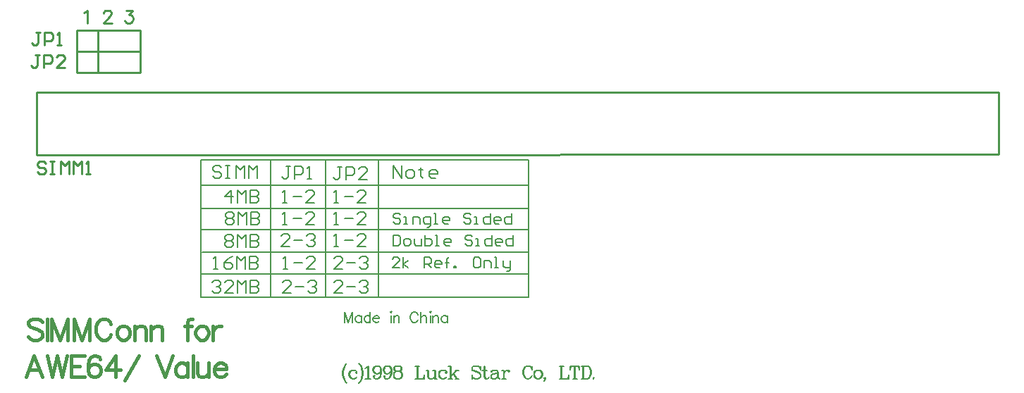
<source format=gto>
G04*
G04 #@! TF.GenerationSoftware,Altium Limited,Altium Designer,21.1.0 (24)*
G04*
G04 Layer_Color=65535*
%FSLAX25Y25*%
%MOIN*%
G70*
G04*
G04 #@! TF.SameCoordinates,0D440C85-AE3C-4C52-A60E-649D9F504D21*
G04*
G04*
G04 #@! TF.FilePolarity,Positive*
G04*
G01*
G75*
%ADD10C,0.00800*%
%ADD11C,0.01000*%
%ADD12C,0.01500*%
D10*
X-66000Y-86000D02*
Y-21000D01*
X-91000Y-86000D02*
Y-21000D01*
X-117000Y-86000D02*
Y-21000D01*
X-150000Y-75000D02*
X5000D01*
X-149500Y-64500D02*
X4500D01*
X-150000Y-54000D02*
X5000D01*
X-150000Y-44000D02*
X5000D01*
X-150000Y-33000D02*
X5000D01*
X-150000Y-22000D02*
Y-21000D01*
X5000D01*
Y-86000D02*
Y-21000D01*
X-150000Y-86000D02*
X5000D01*
X-150000D02*
Y-22000D01*
X-56168Y-72000D02*
X-59500D01*
X-56168Y-68668D01*
Y-67835D01*
X-57001Y-67002D01*
X-58667D01*
X-59500Y-67835D01*
X-54502Y-72000D02*
Y-67002D01*
Y-70334D02*
X-52002Y-68668D01*
X-54502Y-70334D02*
X-52002Y-72000D01*
X-44505D02*
Y-67002D01*
X-42006D01*
X-41173Y-67835D01*
Y-69501D01*
X-42006Y-70334D01*
X-44505D01*
X-42839D02*
X-41173Y-72000D01*
X-37007D02*
X-38673D01*
X-39507Y-71167D01*
Y-69501D01*
X-38673Y-68668D01*
X-37007D01*
X-36174Y-69501D01*
Y-70334D01*
X-39507D01*
X-33675Y-72000D02*
Y-67835D01*
Y-69501D01*
X-34508D01*
X-32842D01*
X-33675D01*
Y-67835D01*
X-32842Y-67002D01*
X-30343Y-72000D02*
Y-71167D01*
X-29510D01*
Y-72000D01*
X-30343D01*
X-18680Y-67002D02*
X-20346D01*
X-21179Y-67835D01*
Y-71167D01*
X-20346Y-72000D01*
X-18680D01*
X-17847Y-71167D01*
Y-67835D01*
X-18680Y-67002D01*
X-16181Y-72000D02*
Y-68668D01*
X-13681D01*
X-12848Y-69501D01*
Y-72000D01*
X-11182D02*
X-9516D01*
X-10349D01*
Y-67002D01*
X-11182D01*
X-7017Y-68668D02*
Y-71167D01*
X-6184Y-72000D01*
X-3685D01*
Y-72833D01*
X-4518Y-73666D01*
X-5351D01*
X-3685Y-72000D02*
Y-68668D01*
X-59000Y-29500D02*
Y-23502D01*
X-55001Y-29500D01*
Y-23502D01*
X-52002Y-29500D02*
X-50003D01*
X-49003Y-28500D01*
Y-26501D01*
X-50003Y-25501D01*
X-52002D01*
X-53002Y-26501D01*
Y-28500D01*
X-52002Y-29500D01*
X-46004Y-24502D02*
Y-25501D01*
X-47004D01*
X-45004D01*
X-46004D01*
Y-28500D01*
X-45004Y-29500D01*
X-39007D02*
X-41006D01*
X-42006Y-28500D01*
Y-26501D01*
X-41006Y-25501D01*
X-39007D01*
X-38007Y-26501D01*
Y-27501D01*
X-42006D01*
X-55668Y-47135D02*
X-56501Y-46302D01*
X-58167D01*
X-59000Y-47135D01*
Y-47968D01*
X-58167Y-48801D01*
X-56501D01*
X-55668Y-49634D01*
Y-50467D01*
X-56501Y-51300D01*
X-58167D01*
X-59000Y-50467D01*
X-54002Y-51300D02*
X-52336D01*
X-53169D01*
Y-47968D01*
X-54002D01*
X-49836Y-51300D02*
Y-47968D01*
X-47337D01*
X-46504Y-48801D01*
Y-51300D01*
X-43172Y-52966D02*
X-42339D01*
X-41506Y-52133D01*
Y-47968D01*
X-44005D01*
X-44838Y-48801D01*
Y-50467D01*
X-44005Y-51300D01*
X-41506D01*
X-39840D02*
X-38173D01*
X-39007D01*
Y-46302D01*
X-39840D01*
X-33175Y-51300D02*
X-34841D01*
X-35674Y-50467D01*
Y-48801D01*
X-34841Y-47968D01*
X-33175D01*
X-32342Y-48801D01*
Y-49634D01*
X-35674D01*
X-22345Y-47135D02*
X-23178Y-46302D01*
X-24844D01*
X-25677Y-47135D01*
Y-47968D01*
X-24844Y-48801D01*
X-23178D01*
X-22345Y-49634D01*
Y-50467D01*
X-23178Y-51300D01*
X-24844D01*
X-25677Y-50467D01*
X-20679Y-51300D02*
X-19013D01*
X-19846D01*
Y-47968D01*
X-20679D01*
X-13182Y-46302D02*
Y-51300D01*
X-15681D01*
X-16514Y-50467D01*
Y-48801D01*
X-15681Y-47968D01*
X-13182D01*
X-9016Y-51300D02*
X-10682D01*
X-11515Y-50467D01*
Y-48801D01*
X-10682Y-47968D01*
X-9016D01*
X-8183Y-48801D01*
Y-49634D01*
X-11515D01*
X-3185Y-46302D02*
Y-51300D01*
X-5684D01*
X-6517Y-50467D01*
Y-48801D01*
X-5684Y-47968D01*
X-3185D01*
X-59200Y-56602D02*
Y-61600D01*
X-56701D01*
X-55868Y-60767D01*
Y-57435D01*
X-56701Y-56602D01*
X-59200D01*
X-53369Y-61600D02*
X-51702D01*
X-50869Y-60767D01*
Y-59101D01*
X-51702Y-58268D01*
X-53369D01*
X-54202Y-59101D01*
Y-60767D01*
X-53369Y-61600D01*
X-49203Y-58268D02*
Y-60767D01*
X-48370Y-61600D01*
X-45871D01*
Y-58268D01*
X-44205Y-56602D02*
Y-61600D01*
X-41706D01*
X-40873Y-60767D01*
Y-59934D01*
Y-59101D01*
X-41706Y-58268D01*
X-44205D01*
X-39206Y-61600D02*
X-37540D01*
X-38373D01*
Y-56602D01*
X-39206D01*
X-32542Y-61600D02*
X-34208D01*
X-35041Y-60767D01*
Y-59101D01*
X-34208Y-58268D01*
X-32542D01*
X-31709Y-59101D01*
Y-59934D01*
X-35041D01*
X-21712Y-57435D02*
X-22545Y-56602D01*
X-24211D01*
X-25044Y-57435D01*
Y-58268D01*
X-24211Y-59101D01*
X-22545D01*
X-21712Y-59934D01*
Y-60767D01*
X-22545Y-61600D01*
X-24211D01*
X-25044Y-60767D01*
X-20046Y-61600D02*
X-18380D01*
X-19213D01*
Y-58268D01*
X-20046D01*
X-12548Y-56602D02*
Y-61600D01*
X-15048D01*
X-15881Y-60767D01*
Y-59101D01*
X-15048Y-58268D01*
X-12548D01*
X-8383Y-61600D02*
X-10049D01*
X-10882Y-60767D01*
Y-59101D01*
X-10049Y-58268D01*
X-8383D01*
X-7550Y-59101D01*
Y-59934D01*
X-10882D01*
X-2552Y-56602D02*
Y-61600D01*
X-5051D01*
X-5884Y-60767D01*
Y-59101D01*
X-5051Y-58268D01*
X-2552D01*
X-81055Y-117359D02*
X-81626Y-117930D01*
X-82197Y-118787D01*
X-82769Y-119930D01*
X-83054Y-121358D01*
Y-122500D01*
X-82769Y-123929D01*
X-82197Y-125071D01*
X-81626Y-125928D01*
X-81055Y-126500D01*
X-81626Y-117930D02*
X-82197Y-119073D01*
X-82483Y-119930D01*
X-82769Y-121358D01*
Y-122500D01*
X-82483Y-123929D01*
X-82197Y-124786D01*
X-81626Y-125928D01*
X-76542Y-121358D02*
X-76827Y-121643D01*
X-76542Y-121929D01*
X-76256Y-121643D01*
Y-121358D01*
X-76827Y-120786D01*
X-77399Y-120501D01*
X-78255D01*
X-79112Y-120786D01*
X-79684Y-121358D01*
X-79969Y-122215D01*
Y-122786D01*
X-79684Y-123643D01*
X-79112Y-124214D01*
X-78255Y-124500D01*
X-77684D01*
X-76827Y-124214D01*
X-76256Y-123643D01*
X-78255Y-120501D02*
X-78827Y-120786D01*
X-79398Y-121358D01*
X-79684Y-122215D01*
Y-122786D01*
X-79398Y-123643D01*
X-78827Y-124214D01*
X-78255Y-124500D01*
X-75342Y-117359D02*
X-74770Y-117930D01*
X-74199Y-118787D01*
X-73628Y-119930D01*
X-73342Y-121358D01*
Y-122500D01*
X-73628Y-123929D01*
X-74199Y-125071D01*
X-74770Y-125928D01*
X-75342Y-126500D01*
X-74770Y-117930D02*
X-74199Y-119073D01*
X-73914Y-119930D01*
X-73628Y-121358D01*
Y-122500D01*
X-73914Y-123929D01*
X-74199Y-124786D01*
X-74770Y-125928D01*
X-72257Y-119644D02*
X-71685Y-119358D01*
X-70828Y-118501D01*
Y-124500D01*
X-71114Y-118787D02*
Y-124500D01*
X-72257D02*
X-69686D01*
X-64944Y-120501D02*
X-65230Y-121358D01*
X-65801Y-121929D01*
X-66658Y-122215D01*
X-66944D01*
X-67800Y-121929D01*
X-68372Y-121358D01*
X-68657Y-120501D01*
Y-120215D01*
X-68372Y-119358D01*
X-67800Y-118787D01*
X-66944Y-118501D01*
X-66372D01*
X-65515Y-118787D01*
X-64944Y-119358D01*
X-64658Y-120215D01*
Y-121929D01*
X-64944Y-123072D01*
X-65230Y-123643D01*
X-65801Y-124214D01*
X-66658Y-124500D01*
X-67515D01*
X-68086Y-124214D01*
X-68372Y-123643D01*
Y-123357D01*
X-68086Y-123072D01*
X-67800Y-123357D01*
X-68086Y-123643D01*
X-66944Y-122215D02*
X-67515Y-121929D01*
X-68086Y-121358D01*
X-68372Y-120501D01*
Y-120215D01*
X-68086Y-119358D01*
X-67515Y-118787D01*
X-66944Y-118501D01*
X-66372D02*
X-65801Y-118787D01*
X-65230Y-119358D01*
X-64944Y-120215D01*
Y-121929D01*
X-65230Y-123072D01*
X-65515Y-123643D01*
X-66087Y-124214D01*
X-66658Y-124500D01*
X-60059Y-120501D02*
X-60345Y-121358D01*
X-60916Y-121929D01*
X-61773Y-122215D01*
X-62059D01*
X-62916Y-121929D01*
X-63487Y-121358D01*
X-63773Y-120501D01*
Y-120215D01*
X-63487Y-119358D01*
X-62916Y-118787D01*
X-62059Y-118501D01*
X-61488D01*
X-60631Y-118787D01*
X-60059Y-119358D01*
X-59774Y-120215D01*
Y-121929D01*
X-60059Y-123072D01*
X-60345Y-123643D01*
X-60916Y-124214D01*
X-61773Y-124500D01*
X-62630D01*
X-63201Y-124214D01*
X-63487Y-123643D01*
Y-123357D01*
X-63201Y-123072D01*
X-62916Y-123357D01*
X-63201Y-123643D01*
X-62059Y-122215D02*
X-62630Y-121929D01*
X-63201Y-121358D01*
X-63487Y-120501D01*
Y-120215D01*
X-63201Y-119358D01*
X-62630Y-118787D01*
X-62059Y-118501D01*
X-61488D02*
X-60916Y-118787D01*
X-60345Y-119358D01*
X-60059Y-120215D01*
Y-121929D01*
X-60345Y-123072D01*
X-60631Y-123643D01*
X-61202Y-124214D01*
X-61773Y-124500D01*
X-57460Y-118501D02*
X-58317Y-118787D01*
X-58602Y-119358D01*
Y-120215D01*
X-58317Y-120786D01*
X-57460Y-121072D01*
X-56317D01*
X-55460Y-120786D01*
X-55175Y-120215D01*
Y-119358D01*
X-55460Y-118787D01*
X-56317Y-118501D01*
X-57460D01*
X-58031Y-118787D01*
X-58317Y-119358D01*
Y-120215D01*
X-58031Y-120786D01*
X-57460Y-121072D01*
X-56317D02*
X-55746Y-120786D01*
X-55460Y-120215D01*
Y-119358D01*
X-55746Y-118787D01*
X-56317Y-118501D01*
X-57460Y-121072D02*
X-58317Y-121358D01*
X-58602Y-121643D01*
X-58888Y-122215D01*
Y-123357D01*
X-58602Y-123929D01*
X-58317Y-124214D01*
X-57460Y-124500D01*
X-56317D01*
X-55460Y-124214D01*
X-55175Y-123929D01*
X-54889Y-123357D01*
Y-122215D01*
X-55175Y-121643D01*
X-55460Y-121358D01*
X-56317Y-121072D01*
X-57460D02*
X-58031Y-121358D01*
X-58317Y-121643D01*
X-58602Y-122215D01*
Y-123357D01*
X-58317Y-123929D01*
X-58031Y-124214D01*
X-57460Y-124500D01*
X-56317D02*
X-55746Y-124214D01*
X-55460Y-123929D01*
X-55175Y-123357D01*
Y-122215D01*
X-55460Y-121643D01*
X-55746Y-121358D01*
X-56317Y-121072D01*
X-47748Y-118501D02*
Y-124500D01*
X-47462Y-118501D02*
Y-124500D01*
X-48605Y-118501D02*
X-46605D01*
X-48605Y-124500D02*
X-44320D01*
Y-122786D01*
X-44605Y-124500D01*
X-42606Y-120501D02*
Y-123643D01*
X-42320Y-124214D01*
X-41463Y-124500D01*
X-40892D01*
X-40035Y-124214D01*
X-39464Y-123643D01*
X-42320Y-120501D02*
Y-123643D01*
X-42035Y-124214D01*
X-41463Y-124500D01*
X-39464Y-120501D02*
Y-124500D01*
X-39178Y-120501D02*
Y-124500D01*
X-43463Y-120501D02*
X-42320D01*
X-40321D02*
X-39178D01*
X-39464Y-124500D02*
X-38321D01*
X-34122Y-121358D02*
X-34408Y-121643D01*
X-34122Y-121929D01*
X-33836Y-121643D01*
Y-121358D01*
X-34408Y-120786D01*
X-34979Y-120501D01*
X-35836D01*
X-36693Y-120786D01*
X-37264Y-121358D01*
X-37550Y-122215D01*
Y-122786D01*
X-37264Y-123643D01*
X-36693Y-124214D01*
X-35836Y-124500D01*
X-35265D01*
X-34408Y-124214D01*
X-33836Y-123643D01*
X-35836Y-120501D02*
X-36407Y-120786D01*
X-36979Y-121358D01*
X-37264Y-122215D01*
Y-122786D01*
X-36979Y-123643D01*
X-36407Y-124214D01*
X-35836Y-124500D01*
X-32065Y-118501D02*
Y-124500D01*
X-31780Y-118501D02*
Y-124500D01*
X-28923Y-120501D02*
X-31780Y-123357D01*
X-30351Y-122215D02*
X-28637Y-124500D01*
X-30637Y-122215D02*
X-28923Y-124500D01*
X-32922Y-118501D02*
X-31780D01*
X-29780Y-120501D02*
X-28066D01*
X-32922Y-124500D02*
X-30923D01*
X-29780D02*
X-28066D01*
X-18154Y-119358D02*
X-17868Y-118501D01*
Y-120215D01*
X-18154Y-119358D01*
X-18725Y-118787D01*
X-19582Y-118501D01*
X-20439D01*
X-21296Y-118787D01*
X-21868Y-119358D01*
Y-119930D01*
X-21582Y-120501D01*
X-21296Y-120786D01*
X-20725Y-121072D01*
X-19011Y-121643D01*
X-18440Y-121929D01*
X-17868Y-122500D01*
X-21868Y-119930D02*
X-21296Y-120501D01*
X-20725Y-120786D01*
X-19011Y-121358D01*
X-18440Y-121643D01*
X-18154Y-121929D01*
X-17868Y-122500D01*
Y-123643D01*
X-18440Y-124214D01*
X-19297Y-124500D01*
X-20154D01*
X-21011Y-124214D01*
X-21582Y-123643D01*
X-21868Y-122786D01*
Y-124500D01*
X-21582Y-123643D01*
X-15269Y-124500D02*
X-15555Y-124214D01*
X-15840Y-123357D01*
Y-118501D01*
X-16126D01*
Y-123357D01*
X-15840Y-124214D01*
X-15269Y-124500D01*
X-14698D01*
X-14126Y-124214D01*
X-13841Y-123643D01*
X-16983Y-120501D02*
X-14698D01*
X-12298Y-121072D02*
Y-121358D01*
X-12584D01*
Y-121072D01*
X-12298Y-120786D01*
X-11727Y-120501D01*
X-10584D01*
X-10013Y-120786D01*
X-9727Y-121072D01*
X-9442Y-121643D01*
Y-123643D01*
X-9156Y-124214D01*
X-8870Y-124500D01*
X-9727Y-121072D02*
Y-123643D01*
X-9442Y-124214D01*
X-8870Y-124500D01*
X-8585D01*
X-9727Y-121643D02*
X-10013Y-121929D01*
X-11727Y-122215D01*
X-12584Y-122500D01*
X-12869Y-123072D01*
Y-123643D01*
X-12584Y-124214D01*
X-11727Y-124500D01*
X-10870D01*
X-10299Y-124214D01*
X-9727Y-123643D01*
X-11727Y-122215D02*
X-12298Y-122500D01*
X-12584Y-123072D01*
Y-123643D01*
X-12298Y-124214D01*
X-11727Y-124500D01*
X-6871Y-120501D02*
Y-124500D01*
X-6585Y-120501D02*
Y-124500D01*
Y-122215D02*
X-6299Y-121358D01*
X-5728Y-120786D01*
X-5157Y-120501D01*
X-4300D01*
X-4014Y-120786D01*
Y-121072D01*
X-4300Y-121358D01*
X-4586Y-121072D01*
X-4300Y-120786D01*
X-7728Y-120501D02*
X-6585D01*
X-7728Y-124500D02*
X-5728D01*
X6298Y-119358D02*
X6583Y-120215D01*
Y-118501D01*
X6298Y-119358D01*
X5727Y-118787D01*
X4870Y-118501D01*
X4298D01*
X3441Y-118787D01*
X2870Y-119358D01*
X2584Y-119930D01*
X2299Y-120786D01*
Y-122215D01*
X2584Y-123072D01*
X2870Y-123643D01*
X3441Y-124214D01*
X4298Y-124500D01*
X4870D01*
X5727Y-124214D01*
X6298Y-123643D01*
X6583Y-123072D01*
X4298Y-118501D02*
X3727Y-118787D01*
X3156Y-119358D01*
X2870Y-119930D01*
X2584Y-120786D01*
Y-122215D01*
X2870Y-123072D01*
X3156Y-123643D01*
X3727Y-124214D01*
X4298Y-124500D01*
X9154Y-120501D02*
X8298Y-120786D01*
X7726Y-121358D01*
X7440Y-122215D01*
Y-122786D01*
X7726Y-123643D01*
X8298Y-124214D01*
X9154Y-124500D01*
X9726D01*
X10583Y-124214D01*
X11154Y-123643D01*
X11440Y-122786D01*
Y-122215D01*
X11154Y-121358D01*
X10583Y-120786D01*
X9726Y-120501D01*
X9154D01*
X8583Y-120786D01*
X8012Y-121358D01*
X7726Y-122215D01*
Y-122786D01*
X8012Y-123643D01*
X8583Y-124214D01*
X9154Y-124500D01*
X9726D02*
X10297Y-124214D01*
X10868Y-123643D01*
X11154Y-122786D01*
Y-122215D01*
X10868Y-121358D01*
X10297Y-120786D01*
X9726Y-120501D01*
X12611Y-124500D02*
X12325Y-124214D01*
X12611Y-123929D01*
X12897Y-124214D01*
Y-124786D01*
X12611Y-125357D01*
X12325Y-125643D01*
X20381Y-118501D02*
Y-124500D01*
X20666Y-118501D02*
Y-124500D01*
X19524Y-118501D02*
X21523D01*
X19524Y-124500D02*
X23808D01*
Y-122786D01*
X23523Y-124500D01*
X26665Y-118501D02*
Y-124500D01*
X26951Y-118501D02*
Y-124500D01*
X24951Y-118501D02*
X24665Y-120215D01*
Y-118501D01*
X28950D01*
Y-120215D01*
X28664Y-118501D01*
X25808Y-124500D02*
X27808D01*
X30664Y-118501D02*
Y-124500D01*
X30950Y-118501D02*
Y-124500D01*
X29807Y-118501D02*
X32664D01*
X33521Y-118787D01*
X34092Y-119358D01*
X34378Y-119930D01*
X34663Y-120786D01*
Y-122215D01*
X34378Y-123072D01*
X34092Y-123643D01*
X33521Y-124214D01*
X32664Y-124500D01*
X29807D01*
X32664Y-118501D02*
X33235Y-118787D01*
X33806Y-119358D01*
X34092Y-119930D01*
X34378Y-120786D01*
Y-122215D01*
X34092Y-123072D01*
X33806Y-123643D01*
X33235Y-124214D01*
X32664Y-124500D01*
X35749Y-123929D02*
X35463Y-124214D01*
X35749Y-124500D01*
X36034Y-124214D01*
X35749Y-123929D01*
X-144589Y-78902D02*
X-143590Y-77902D01*
X-141590D01*
X-140591Y-78902D01*
Y-79901D01*
X-141590Y-80901D01*
X-142590D01*
X-141590D01*
X-140591Y-81901D01*
Y-82900D01*
X-141590Y-83900D01*
X-143590D01*
X-144589Y-82900D01*
X-134593Y-83900D02*
X-138591D01*
X-134593Y-79901D01*
Y-78902D01*
X-135592Y-77902D01*
X-137592D01*
X-138591Y-78902D01*
X-132593Y-83900D02*
Y-77902D01*
X-130594Y-79901D01*
X-128595Y-77902D01*
Y-83900D01*
X-126595Y-77902D02*
Y-83900D01*
X-123596D01*
X-122597Y-82900D01*
Y-81901D01*
X-123596Y-80901D01*
X-126595D01*
X-123596D01*
X-122597Y-79901D01*
Y-78902D01*
X-123596Y-77902D01*
X-126595D01*
X-138544Y-46560D02*
X-137545Y-45560D01*
X-135545D01*
X-134546Y-46560D01*
Y-47560D01*
X-135545Y-48559D01*
X-134546Y-49559D01*
Y-50559D01*
X-135545Y-51559D01*
X-137545D01*
X-138544Y-50559D01*
Y-49559D01*
X-137545Y-48559D01*
X-138544Y-47560D01*
Y-46560D01*
X-137545Y-48559D02*
X-135545D01*
X-132546Y-51559D02*
Y-45560D01*
X-130547Y-47560D01*
X-128548Y-45560D01*
Y-51559D01*
X-126548Y-45560D02*
Y-51559D01*
X-123549D01*
X-122550Y-50559D01*
Y-49559D01*
X-123549Y-48559D01*
X-126548D01*
X-123549D01*
X-122550Y-47560D01*
Y-46560D01*
X-123549Y-45560D01*
X-126548D01*
X-135767Y-41200D02*
Y-35202D01*
X-138766Y-38201D01*
X-134767D01*
X-132768Y-41200D02*
Y-35202D01*
X-130769Y-37201D01*
X-128769Y-35202D01*
Y-41200D01*
X-126770Y-35202D02*
Y-41200D01*
X-123771D01*
X-122771Y-40200D01*
Y-39201D01*
X-123771Y-38201D01*
X-126770D01*
X-123771D01*
X-122771Y-37201D01*
Y-36202D01*
X-123771Y-35202D01*
X-126770D01*
X-140501Y-24802D02*
X-141501Y-23802D01*
X-143500D01*
X-144500Y-24802D01*
Y-25801D01*
X-143500Y-26801D01*
X-141501D01*
X-140501Y-27801D01*
Y-28800D01*
X-141501Y-29800D01*
X-143500D01*
X-144500Y-28800D01*
X-138502Y-23802D02*
X-136503D01*
X-137502D01*
Y-29800D01*
X-138502D01*
X-136503D01*
X-133504D02*
Y-23802D01*
X-131504Y-25801D01*
X-129505Y-23802D01*
Y-29800D01*
X-127506D02*
Y-23802D01*
X-125506Y-25801D01*
X-123507Y-23802D01*
Y-29800D01*
X-107801Y-24102D02*
X-109801D01*
X-108801D01*
Y-29100D01*
X-109801Y-30100D01*
X-110800D01*
X-111800Y-29100D01*
X-105802Y-30100D02*
Y-24102D01*
X-102803D01*
X-101803Y-25102D01*
Y-27101D01*
X-102803Y-28101D01*
X-105802D01*
X-99804Y-30100D02*
X-97804D01*
X-98804D01*
Y-24102D01*
X-99804Y-25102D01*
X-83401Y-24202D02*
X-85401D01*
X-84401D01*
Y-29200D01*
X-85401Y-30200D01*
X-86400D01*
X-87400Y-29200D01*
X-81402Y-30200D02*
Y-24202D01*
X-78403D01*
X-77403Y-25202D01*
Y-27201D01*
X-78403Y-28201D01*
X-81402D01*
X-71405Y-30200D02*
X-75404D01*
X-71405Y-26201D01*
Y-25202D01*
X-72405Y-24202D01*
X-74404D01*
X-75404Y-25202D01*
X-111400Y-41300D02*
X-109401D01*
X-110400D01*
Y-35302D01*
X-111400Y-36302D01*
X-106402Y-38301D02*
X-102403D01*
X-96405Y-41300D02*
X-100404D01*
X-96405Y-37301D01*
Y-36302D01*
X-97404Y-35302D01*
X-99404D01*
X-100404Y-36302D01*
X-86996Y-41300D02*
X-84997D01*
X-85996D01*
Y-35302D01*
X-86996Y-36302D01*
X-81998Y-38301D02*
X-77999D01*
X-72001Y-41300D02*
X-76000D01*
X-72001Y-37301D01*
Y-36302D01*
X-73001Y-35302D01*
X-75000D01*
X-76000Y-36302D01*
X-138600Y-57302D02*
X-137600Y-56302D01*
X-135601D01*
X-134601Y-57302D01*
Y-58301D01*
X-135601Y-59301D01*
X-134601Y-60301D01*
Y-61300D01*
X-135601Y-62300D01*
X-137600D01*
X-138600Y-61300D01*
Y-60301D01*
X-137600Y-59301D01*
X-138600Y-58301D01*
Y-57302D01*
X-137600Y-59301D02*
X-135601D01*
X-132602Y-62300D02*
Y-56302D01*
X-130603Y-58301D01*
X-128603Y-56302D01*
Y-62300D01*
X-126604Y-56302D02*
Y-62300D01*
X-123605D01*
X-122605Y-61300D01*
Y-60301D01*
X-123605Y-59301D01*
X-126604D01*
X-123605D01*
X-122605Y-58301D01*
Y-57302D01*
X-123605Y-56302D01*
X-126604D01*
X-144100Y-72600D02*
X-142101D01*
X-143100D01*
Y-66602D01*
X-144100Y-67602D01*
X-135103Y-66602D02*
X-137102Y-67602D01*
X-139102Y-69601D01*
Y-71600D01*
X-138102Y-72600D01*
X-136103D01*
X-135103Y-71600D01*
Y-70601D01*
X-136103Y-69601D01*
X-139102D01*
X-133104Y-72600D02*
Y-66602D01*
X-131104Y-68601D01*
X-129105Y-66602D01*
Y-72600D01*
X-127105Y-66602D02*
Y-72600D01*
X-124107D01*
X-123107Y-71600D01*
Y-70601D01*
X-124107Y-69601D01*
X-127105D01*
X-124107D01*
X-123107Y-68601D01*
Y-67602D01*
X-124107Y-66602D01*
X-127105D01*
X-111400Y-51800D02*
X-109401D01*
X-110400D01*
Y-45802D01*
X-111400Y-46802D01*
X-106402Y-48801D02*
X-102403D01*
X-96405Y-51800D02*
X-100404D01*
X-96405Y-47801D01*
Y-46802D01*
X-97404Y-45802D01*
X-99404D01*
X-100404Y-46802D01*
X-111000Y-72500D02*
X-109001D01*
X-110000D01*
Y-66502D01*
X-111000Y-67502D01*
X-106002Y-69501D02*
X-102003D01*
X-96005Y-72500D02*
X-100004D01*
X-96005Y-68501D01*
Y-67502D01*
X-97004Y-66502D01*
X-99004D01*
X-100004Y-67502D01*
X-87000Y-62000D02*
X-85001D01*
X-86000D01*
Y-56002D01*
X-87000Y-57002D01*
X-82002Y-59001D02*
X-78003D01*
X-72005Y-62000D02*
X-76004D01*
X-72005Y-58001D01*
Y-57002D01*
X-73005Y-56002D01*
X-75004D01*
X-76004Y-57002D01*
X-108212Y-62100D02*
X-112211D01*
X-108212Y-58101D01*
Y-57102D01*
X-109212Y-56102D01*
X-111211D01*
X-112211Y-57102D01*
X-106212Y-59101D02*
X-102214D01*
X-100215Y-57102D02*
X-99215Y-56102D01*
X-97215D01*
X-96216Y-57102D01*
Y-58101D01*
X-97215Y-59101D01*
X-98215D01*
X-97215D01*
X-96216Y-60101D01*
Y-61100D01*
X-97215Y-62100D01*
X-99215D01*
X-100215Y-61100D01*
X-107401Y-84000D02*
X-111400D01*
X-107401Y-80001D01*
Y-79002D01*
X-108401Y-78002D01*
X-110400D01*
X-111400Y-79002D01*
X-105402Y-81001D02*
X-101403D01*
X-99404Y-79002D02*
X-98404Y-78002D01*
X-96405D01*
X-95405Y-79002D01*
Y-80001D01*
X-96405Y-81001D01*
X-97404D01*
X-96405D01*
X-95405Y-82001D01*
Y-83000D01*
X-96405Y-84000D01*
X-98404D01*
X-99404Y-83000D01*
X-83001Y-84000D02*
X-87000D01*
X-83001Y-80001D01*
Y-79002D01*
X-84001Y-78002D01*
X-86000D01*
X-87000Y-79002D01*
X-81002Y-81001D02*
X-77003D01*
X-75004Y-79002D02*
X-74004Y-78002D01*
X-72005D01*
X-71005Y-79002D01*
Y-80001D01*
X-72005Y-81001D01*
X-73005D01*
X-72005D01*
X-71005Y-82001D01*
Y-83000D01*
X-72005Y-84000D01*
X-74004D01*
X-75004Y-83000D01*
X-83001Y-72500D02*
X-87000D01*
X-83001Y-68501D01*
Y-67502D01*
X-84001Y-66502D01*
X-86000D01*
X-87000Y-67502D01*
X-81002Y-69501D02*
X-77003D01*
X-75004Y-67502D02*
X-74004Y-66502D01*
X-72005D01*
X-71005Y-67502D01*
Y-68501D01*
X-72005Y-69501D01*
X-73005D01*
X-72005D01*
X-71005Y-70501D01*
Y-71500D01*
X-72005Y-72500D01*
X-74004D01*
X-75004Y-71500D01*
X-87000Y-51700D02*
X-85001D01*
X-86000D01*
Y-45702D01*
X-87000Y-46702D01*
X-82002Y-48701D02*
X-78003D01*
X-72005Y-51700D02*
X-76004D01*
X-72005Y-47701D01*
Y-46702D01*
X-73005Y-45702D01*
X-75004D01*
X-76004Y-46702D01*
X-82200Y-93001D02*
Y-98000D01*
Y-93001D02*
X-80296Y-98000D01*
X-78391Y-93001D02*
X-80296Y-98000D01*
X-78391Y-93001D02*
Y-98000D01*
X-74107Y-94667D02*
Y-98000D01*
Y-95381D02*
X-74583Y-94905D01*
X-75059Y-94667D01*
X-75773D01*
X-76249Y-94905D01*
X-76725Y-95381D01*
X-76963Y-96096D01*
Y-96572D01*
X-76725Y-97286D01*
X-76249Y-97762D01*
X-75773Y-98000D01*
X-75059D01*
X-74583Y-97762D01*
X-74107Y-97286D01*
X-69917Y-93001D02*
Y-98000D01*
Y-95381D02*
X-70393Y-94905D01*
X-70869Y-94667D01*
X-71583D01*
X-72059Y-94905D01*
X-72535Y-95381D01*
X-72773Y-96096D01*
Y-96572D01*
X-72535Y-97286D01*
X-72059Y-97762D01*
X-71583Y-98000D01*
X-70869D01*
X-70393Y-97762D01*
X-69917Y-97286D01*
X-68584Y-96096D02*
X-65727D01*
Y-95620D01*
X-65965Y-95144D01*
X-66203Y-94905D01*
X-66680Y-94667D01*
X-67394D01*
X-67870Y-94905D01*
X-68346Y-95381D01*
X-68584Y-96096D01*
Y-96572D01*
X-68346Y-97286D01*
X-67870Y-97762D01*
X-67394Y-98000D01*
X-66680D01*
X-66203Y-97762D01*
X-65727Y-97286D01*
X-60252Y-93001D02*
X-60014Y-93239D01*
X-59776Y-93001D01*
X-60014Y-92763D01*
X-60252Y-93001D01*
X-60014Y-94667D02*
Y-98000D01*
X-58895Y-94667D02*
Y-98000D01*
Y-95620D02*
X-58181Y-94905D01*
X-57705Y-94667D01*
X-56991D01*
X-56515Y-94905D01*
X-56277Y-95620D01*
Y-98000D01*
X-47469Y-94191D02*
X-47707Y-93715D01*
X-48184Y-93239D01*
X-48660Y-93001D01*
X-49612D01*
X-50088Y-93239D01*
X-50564Y-93715D01*
X-50802Y-94191D01*
X-51040Y-94905D01*
Y-96096D01*
X-50802Y-96810D01*
X-50564Y-97286D01*
X-50088Y-97762D01*
X-49612Y-98000D01*
X-48660D01*
X-48184Y-97762D01*
X-47707Y-97286D01*
X-47469Y-96810D01*
X-46065Y-93001D02*
Y-98000D01*
Y-95620D02*
X-45351Y-94905D01*
X-44875Y-94667D01*
X-44161D01*
X-43684Y-94905D01*
X-43446Y-95620D01*
Y-98000D01*
X-41661Y-93001D02*
X-41423Y-93239D01*
X-41185Y-93001D01*
X-41423Y-92763D01*
X-41661Y-93001D01*
X-41423Y-94667D02*
Y-98000D01*
X-40304Y-94667D02*
Y-98000D01*
Y-95620D02*
X-39590Y-94905D01*
X-39114Y-94667D01*
X-38400D01*
X-37924Y-94905D01*
X-37686Y-95620D01*
Y-98000D01*
X-33520Y-94667D02*
Y-98000D01*
Y-95381D02*
X-33996Y-94905D01*
X-34472Y-94667D01*
X-35186D01*
X-35662Y-94905D01*
X-36138Y-95381D01*
X-36377Y-96096D01*
Y-96572D01*
X-36138Y-97286D01*
X-35662Y-97762D01*
X-35186Y-98000D01*
X-34472D01*
X-33996Y-97762D01*
X-33520Y-97286D01*
D11*
X-198800Y20396D02*
Y30396D01*
X-208800Y20396D02*
Y30396D01*
X-178800D01*
Y20396D02*
Y30396D01*
X-208800Y20396D02*
X-178800D01*
X-198800Y30396D02*
Y40396D01*
X-208800Y30396D02*
Y40396D01*
X-178800D01*
Y30396D02*
Y40396D01*
X-208800Y30396D02*
X-178800D01*
X-227638Y-18500D02*
X-190900D01*
X-227638D02*
Y11000D01*
X227425Y-18400D02*
Y11000D01*
X195500D02*
X227425D01*
X192000D02*
X195500D01*
X-190800Y-18500D02*
X227425Y-18400D01*
X-227638Y11000D02*
X192000D01*
X-226301Y28594D02*
X-228301D01*
X-227301D01*
Y23596D01*
X-228301Y22596D01*
X-229300D01*
X-230300Y23596D01*
X-224302Y22596D02*
Y28594D01*
X-221303D01*
X-220303Y27594D01*
Y25595D01*
X-221303Y24595D01*
X-224302D01*
X-214305Y22596D02*
X-218304D01*
X-214305Y26595D01*
Y27594D01*
X-215305Y28594D01*
X-217304D01*
X-218304Y27594D01*
X-225901Y39194D02*
X-227901D01*
X-226901D01*
Y34196D01*
X-227901Y33196D01*
X-228900D01*
X-229900Y34196D01*
X-223902Y33196D02*
Y39194D01*
X-220903D01*
X-219903Y38195D01*
Y36195D01*
X-220903Y35195D01*
X-223902D01*
X-217904Y33196D02*
X-215904D01*
X-216904D01*
Y39194D01*
X-217904Y38195D01*
X-205300Y48652D02*
X-204729Y48938D01*
X-203872Y49795D01*
Y43796D01*
X-195902Y48367D02*
Y48652D01*
X-195616Y49224D01*
X-195331Y49509D01*
X-194759Y49795D01*
X-193617D01*
X-193045Y49509D01*
X-192760Y49224D01*
X-192474Y48652D01*
Y48081D01*
X-192760Y47510D01*
X-193331Y46653D01*
X-196188Y43796D01*
X-192189D01*
X-185561Y49795D02*
X-182419D01*
X-184133Y47510D01*
X-183276D01*
X-182705Y47224D01*
X-182419Y46938D01*
X-182133Y46081D01*
Y45510D01*
X-182419Y44653D01*
X-182991Y44082D01*
X-183847Y43796D01*
X-184704D01*
X-185561Y44082D01*
X-185847Y44367D01*
X-186133Y44939D01*
X-223501Y-22503D02*
X-224501Y-21504D01*
X-226500D01*
X-227500Y-22503D01*
Y-23503D01*
X-226500Y-24503D01*
X-224501D01*
X-223501Y-25502D01*
Y-26502D01*
X-224501Y-27502D01*
X-226500D01*
X-227500Y-26502D01*
X-221502Y-21504D02*
X-219503D01*
X-220502D01*
Y-27502D01*
X-221502D01*
X-219503D01*
X-216504D02*
Y-21504D01*
X-214504Y-23503D01*
X-212505Y-21504D01*
Y-27502D01*
X-210506D02*
Y-21504D01*
X-208506Y-23503D01*
X-206507Y-21504D01*
Y-27502D01*
X-204507D02*
X-202508D01*
X-203508D01*
Y-21504D01*
X-204507Y-22503D01*
D12*
X-225035Y-97630D02*
X-225987Y-96678D01*
X-227415Y-96202D01*
X-229320D01*
X-230748Y-96678D01*
X-231700Y-97630D01*
Y-98583D01*
X-231224Y-99535D01*
X-230748Y-100011D01*
X-229796Y-100487D01*
X-226939Y-101439D01*
X-225987Y-101915D01*
X-225511Y-102391D01*
X-225035Y-103343D01*
Y-104772D01*
X-225987Y-105724D01*
X-227415Y-106200D01*
X-229320D01*
X-230748Y-105724D01*
X-231700Y-104772D01*
X-222797Y-96202D02*
Y-106200D01*
X-220702Y-96202D02*
Y-106200D01*
Y-96202D02*
X-216894Y-106200D01*
X-213085Y-96202D02*
X-216894Y-106200D01*
X-213085Y-96202D02*
Y-106200D01*
X-210228Y-96202D02*
Y-106200D01*
Y-96202D02*
X-206420Y-106200D01*
X-202611Y-96202D02*
X-206420Y-106200D01*
X-202611Y-96202D02*
Y-106200D01*
X-192613Y-98583D02*
X-193089Y-97630D01*
X-194041Y-96678D01*
X-194994Y-96202D01*
X-196898D01*
X-197850Y-96678D01*
X-198802Y-97630D01*
X-199278Y-98583D01*
X-199755Y-100011D01*
Y-102391D01*
X-199278Y-103820D01*
X-198802Y-104772D01*
X-197850Y-105724D01*
X-196898Y-106200D01*
X-194994D01*
X-194041Y-105724D01*
X-193089Y-104772D01*
X-192613Y-103820D01*
X-187424Y-99535D02*
X-188376Y-100011D01*
X-189328Y-100963D01*
X-189804Y-102391D01*
Y-103343D01*
X-189328Y-104772D01*
X-188376Y-105724D01*
X-187424Y-106200D01*
X-185995D01*
X-185043Y-105724D01*
X-184091Y-104772D01*
X-183615Y-103343D01*
Y-102391D01*
X-184091Y-100963D01*
X-185043Y-100011D01*
X-185995Y-99535D01*
X-187424D01*
X-181425D02*
Y-106200D01*
Y-101439D02*
X-179997Y-100011D01*
X-179045Y-99535D01*
X-177616D01*
X-176664Y-100011D01*
X-176188Y-101439D01*
Y-106200D01*
X-173570Y-99535D02*
Y-106200D01*
Y-101439D02*
X-172141Y-100011D01*
X-171189Y-99535D01*
X-169761D01*
X-168809Y-100011D01*
X-168333Y-101439D01*
Y-106200D01*
X-154050Y-96202D02*
X-155002D01*
X-155954Y-96678D01*
X-156430Y-98106D01*
Y-106200D01*
X-157859Y-99535D02*
X-154526D01*
X-150241D02*
X-151193Y-100011D01*
X-152146Y-100963D01*
X-152622Y-102391D01*
Y-103343D01*
X-152146Y-104772D01*
X-151193Y-105724D01*
X-150241Y-106200D01*
X-148813D01*
X-147861Y-105724D01*
X-146909Y-104772D01*
X-146432Y-103343D01*
Y-102391D01*
X-146909Y-100963D01*
X-147861Y-100011D01*
X-148813Y-99535D01*
X-150241D01*
X-144243D02*
Y-106200D01*
Y-102391D02*
X-143766Y-100963D01*
X-142814Y-100011D01*
X-141862Y-99535D01*
X-140434D01*
X-225159Y-123823D02*
X-228968Y-113826D01*
X-232777Y-123823D01*
X-231348Y-120491D02*
X-226587D01*
X-222826Y-113826D02*
X-220446Y-123823D01*
X-218066Y-113826D02*
X-220446Y-123823D01*
X-218066Y-113826D02*
X-215685Y-123823D01*
X-213305Y-113826D02*
X-215685Y-123823D01*
X-205116Y-113826D02*
X-211305D01*
Y-123823D01*
X-205116D01*
X-211305Y-118586D02*
X-207496D01*
X-197737Y-115254D02*
X-198213Y-114302D01*
X-199641Y-113826D01*
X-200593D01*
X-202021Y-114302D01*
X-202974Y-115730D01*
X-203450Y-118110D01*
Y-120491D01*
X-202974Y-122395D01*
X-202021Y-123347D01*
X-200593Y-123823D01*
X-200117D01*
X-198689Y-123347D01*
X-197737Y-122395D01*
X-197260Y-120967D01*
Y-120491D01*
X-197737Y-119062D01*
X-198689Y-118110D01*
X-200117Y-117634D01*
X-200593D01*
X-202021Y-118110D01*
X-202974Y-119062D01*
X-203450Y-120491D01*
X-190310Y-113826D02*
X-195070Y-120491D01*
X-187929D01*
X-190310Y-113826D02*
Y-123823D01*
X-186168Y-125252D02*
X-179502Y-113826D01*
X-170980D02*
X-167172Y-123823D01*
X-163363Y-113826D02*
X-167172Y-123823D01*
X-156364Y-117158D02*
Y-123823D01*
Y-118586D02*
X-157317Y-117634D01*
X-158269Y-117158D01*
X-159697D01*
X-160649Y-117634D01*
X-161601Y-118586D01*
X-162077Y-120015D01*
Y-120967D01*
X-161601Y-122395D01*
X-160649Y-123347D01*
X-159697Y-123823D01*
X-158269D01*
X-157317Y-123347D01*
X-156364Y-122395D01*
X-153698Y-113826D02*
Y-123823D01*
X-151603Y-117158D02*
Y-121919D01*
X-151127Y-123347D01*
X-150175Y-123823D01*
X-148747D01*
X-147795Y-123347D01*
X-146367Y-121919D01*
Y-117158D02*
Y-123823D01*
X-143748Y-120015D02*
X-138035D01*
Y-119062D01*
X-138511Y-118110D01*
X-138987Y-117634D01*
X-139939Y-117158D01*
X-141368D01*
X-142320Y-117634D01*
X-143272Y-118586D01*
X-143748Y-120015D01*
Y-120967D01*
X-143272Y-122395D01*
X-142320Y-123347D01*
X-141368Y-123823D01*
X-139939D01*
X-138987Y-123347D01*
X-138035Y-122395D01*
M02*

</source>
